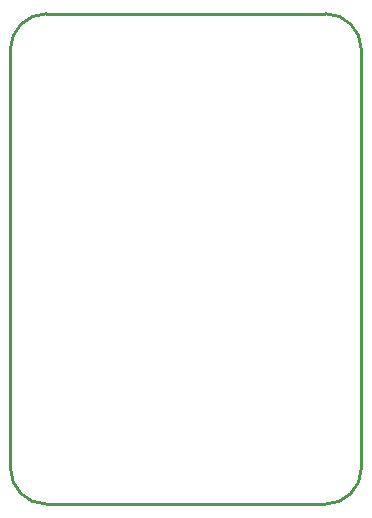
<source format=gko>
G04 Layer: BoardOutlineLayer*
G04 EasyEDA Pro v2.2.45.4, 2025-12-29 16:20:18*
G04 Gerber Generator version 0.3*
G04 Scale: 100 percent, Rotated: No, Reflected: No*
G04 Dimensions in millimeters*
G04 Leading zeros omitted, absolute positions, 4 integers and 5 decimals*
G04 Generated by one-click*
%FSLAX45Y45*%
%MOMM*%
%ADD10C,0.254*%
%ADD11C,0.0938*%
G75*


G04 Rect Start*
G54D10*
G01X-3009900Y-4000500D02*
G01X-3009900Y-457200D01*
G02X-2705100Y-152400I304800J0D01*
G01X-342900Y-152400D01*
G02X-38100Y-457200I0J-304800D01*
G01X-38100Y-4000500D01*
G02X-342900Y-4305300I-304800J0D01*
G01X-2705100Y-4305300D01*
G02X-3009900Y-4000500I0J304800D01*
G04 Rect End*

M02*


</source>
